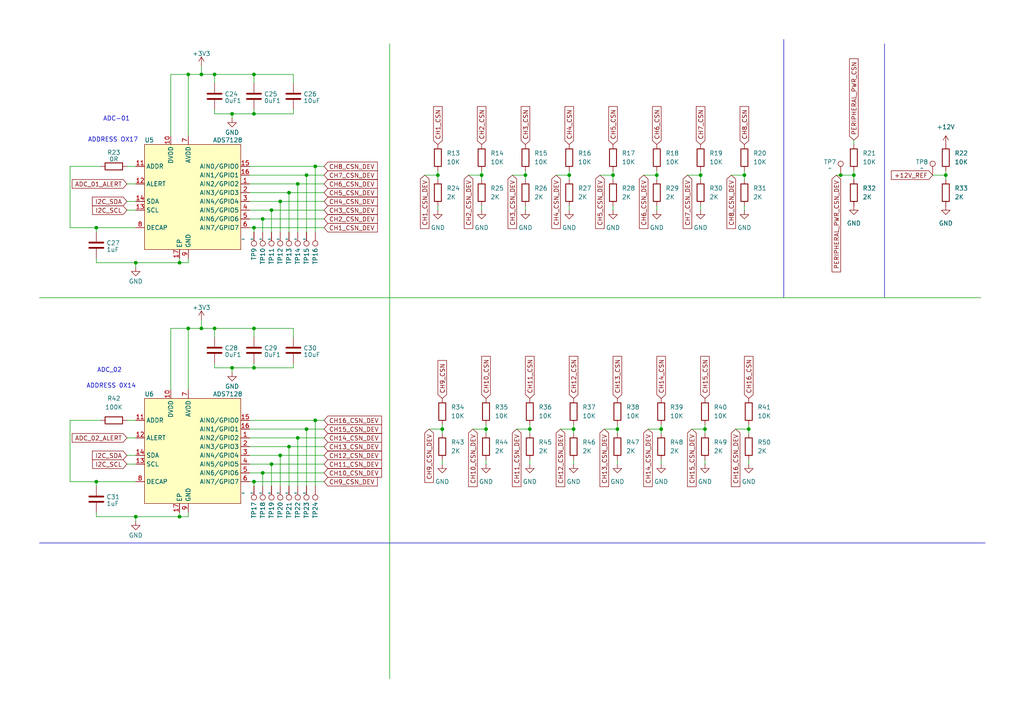
<source format=kicad_sch>
(kicad_sch (version 20250114) (generator "eeschema") (generator_version "9.0")
  (paper "A4")
  (lib_symbols
    (symbol "CARTHING:ADS7128"
      (property "Reference" "U" (at -11.43 16.51 0))
      (symbol "ADS7128_1_1"
        (rectangle (start -12.7 15.24) (end 15.24 -15.24) (fill (type background)))
        (pin input line (at -15.24 8.89 0) (length 2.54) (name "ADDR") (number "11"))
        (pin output line (at -15.24 3.81 0) (length 2.54) (name "ALERT") (number "12"))
        (pin bidirectional line (at -15.24 -1.27 0) (length 2.54) (name "SDA") (number "14"))
        (pin bidirectional line (at -15.24 -3.81 0) (length 2.54) (name "SCL") (number "13"))
        (pin power_in line (at -15.24 -8.89 0) (length 2.54) (name "DECAP") (number "8"))
        (pin power_in line (at -5.08 17.78 270) (length 2.54) (name "DVDD") (number "10"))
        (pin free line (at -2.54 -17.78 90) (length 2.54) (name "EP") (number "17"))
        (pin power_in line (at 0 17.78 270) (length 2.54) (name "AVDD") (number "7"))
        (pin power_in line (at 0 -17.78 90) (length 2.54) (name "GND") (number "9"))
        (pin bidirectional line (at 17.78 8.89 180) (length 2.54) (name "AIN0/GPIO0") (number "15"))
        (pin bidirectional line (at 17.78 6.35 180) (length 2.54) (name "AIN1/GPIO1") (number "16"))
        (pin bidirectional line (at 17.78 3.81 180) (length 2.54) (name "AIN2/GPIO2") (number "1"))
        (pin bidirectional line (at 17.78 1.27 180) (length 2.54) (name "AIN3/GPIO3") (number "2"))
        (pin bidirectional line (at 17.78 -1.27 180) (length 2.54) (name "AIN4/GPIO4") (number "3"))
        (pin bidirectional line (at 17.78 -3.81 180) (length 2.54) (name "AIN5/GPIO5") (number "4"))
        (pin bidirectional line (at 17.78 -6.35 180) (length 2.54) (name "AIN6/GPIO6") (number "5"))
        (pin bidirectional line (at 17.78 -8.89 180) (length 2.54) (name "AIN7/GPIO7") (number "6"))
      )
    )
    (symbol "Connector:TestPoint" (pin_numbers (hide yes)) (pin_names (offset 0.762) (hide yes))
      (property "Reference" "TP" (at 0 6.858 0))
      (property "Value" "TestPoint" (at 0 5.08 0))
      (symbol "TestPoint_0_1"
        (circle (center 0 3.302) (radius 0.762))
      )
      (symbol "TestPoint_1_1"
        (pin passive line (at 0 0 90) (length 2.54) (name "1") (number "1"))
      )
    )
    (symbol "Device:C" (pin_numbers (hide yes)) (pin_names (offset 0.254))
      (property "Reference" "C" (at 0.635 2.54 0))
      (property "Value" "C" (at 0.635 -2.54 0))
      (symbol "C_0_1"
        (polyline (pts (xy -2.032 0.762) (xy 2.032 0.762)) (stroke (width 0.508)))
        (polyline (pts (xy -2.032 -0.762) (xy 2.032 -0.762)) (stroke (width 0.508)))
      )
      (symbol "C_1_1"
        (pin passive line (at 0 3.81 270) (length 2.794) (name "~") (number "1"))
        (pin passive line (at 0 -3.81 90) (length 2.794) (name "~") (number "2"))
      )
    )
    (symbol "Device:R" (pin_numbers (hide yes)) (pin_names (offset 0))
      (property "Reference" "R" (at 2.032 0 90))
      (property "Value" "R" (at 0 0 90))
      (symbol "R_0_1"
        (rectangle (start -1.016 -2.54) (end 1.016 2.54) (stroke (width 0.254)))
      )
      (symbol "R_1_1"
        (pin passive line (at 0 3.81 270) (length 1.27) (name "~") (number "1"))
        (pin passive line (at 0 -3.81 90) (length 1.27) (name "~") (number "2"))
      )
    )
    (symbol "GND_1" (power) (pin_numbers (hide yes)) (pin_names (offset 0) (hide yes))
      (property "Value" "GND" (at 0 -3.81 0))
      (symbol "GND_1_0_1"
        (polyline (pts (xy 0 0) (xy 0 -1.27) (xy 1.27 -1.27) (xy 0 -2.54) (xy -1.27 -1.27) (xy 0 -1.27)))
      )
      (symbol "GND_1_1_1"
        (pin power_in line (at 0 0 270) (length 0) (name "~") (number "1"))
      )
    )
    (symbol "GND_2" (power) (pin_numbers (hide yes)) (pin_names (offset 0) (hide yes))
      (property "Value" "GND" (at 0 -3.81 0))
      (symbol "GND_2_0_1"
        (polyline (pts (xy 0 0) (xy 0 -1.27) (xy 1.27 -1.27) (xy 0 -2.54) (xy -1.27 -1.27) (xy 0 -1.27)))
      )
      (symbol "GND_2_1_1"
        (pin power_in line (at 0 0 270) (length 0) (name "~") (number "1"))
      )
    )
    (symbol "power:+12V" (power) (pin_numbers (hide yes)) (pin_names (offset 0) (hide yes))
      (property "Value" "+12V" (at 0 3.556 0))
      (symbol "+12V_0_1"
        (polyline (pts (xy -0.762 1.27) (xy 0 2.54)))
        (polyline (pts (xy 0 2.54) (xy 0.762 1.27)))
        (polyline (pts (xy 0 0) (xy 0 2.54)))
      )
      (symbol "+12V_1_1"
        (pin power_in line (at 0 0 90) (length 0) (name "~") (number "1"))
      )
    )
    (symbol "power:+3V3" (power) (pin_names (offset 0))
      (property "Value" "+3V3" (at 0 3.556 0))
      (symbol "+3V3_0_1"
        (polyline (pts (xy -0.762 1.27) (xy 0 2.54)))
        (polyline (pts (xy 0 2.54) (xy 0.762 1.27)))
        (polyline (pts (xy 0 0) (xy 0 2.54)))
      )
      (symbol "+3V3_1_1"
        (pin power_in line (at 0 0 90) (length 0) (hide yes) (name "+3V3") (number "1"))
      )
    )
    (symbol "power:GND" (power) (pin_names (offset 0))
      (property "Value" "GND" (at 0 -3.81 0))
      (symbol "GND_0_1"
        (polyline (pts (xy 0 0) (xy 0 -1.27) (xy 1.27 -1.27) (xy 0 -2.54) (xy -1.27 -1.27) (xy 0 -1.27)))
      )
      (symbol "GND_1_1"
        (pin power_in line (at 0 0 270) (length 0) (hide yes) (name "GND") (number "1"))
      )
    )
  )
  (text "ADDRESS OX17" (at 32.766 40.64 0) (effects (font (size 1.27 1.27))))
  (text "ADC_02" (at 31.75 107.442 0) (effects (font (size 1.27 1.27))))
  (text "ADC-01" (at 33.782 34.544 0) (effects (font (size 1.27 1.27))))
  (text "ADDRESS 0X14" (at 32.258 112.014 0) (effects (font (size 1.27 1.27))))
  (junction (at 83.82 55.88))
  (junction (at 54.61 95.25))
  (junction (at 73.66 33.02))
  (junction (at 215.9 50.8))
  (junction (at 91.44 48.26))
  (junction (at 73.66 106.68))
  (junction (at 86.36 127))
  (junction (at 191.77 124.46))
  (junction (at 86.36 53.34))
  (junction (at 76.2 63.5))
  (junction (at 243.84 50.8))
  (junction (at 81.28 58.42))
  (junction (at 127 50.8))
  (junction (at 247.65 50.8))
  (junction (at 67.31 33.02))
  (junction (at 78.74 134.62))
  (junction (at 128.27 124.46))
  (junction (at 179.07 124.46))
  (junction (at 39.37 149.86))
  (junction (at 73.66 139.7))
  (junction (at 139.7 50.8))
  (junction (at 217.17 124.46))
  (junction (at 67.31 106.68))
  (junction (at 274.32 50.8))
  (junction (at 153.67 124.46))
  (junction (at 83.82 129.54))
  (junction (at 76.2 137.16))
  (junction (at 203.2 50.8))
  (junction (at 73.66 21.59))
  (junction (at 73.66 66.04))
  (junction (at 140.97 124.46))
  (junction (at 165.1 50.8))
  (junction (at 27.94 66.04))
  (junction (at 73.66 95.25))
  (junction (at 152.4 50.8))
  (junction (at 204.47 124.46))
  (junction (at 190.5 50.8))
  (junction (at 27.94 139.7))
  (junction (at 88.9 124.46))
  (junction (at 39.37 76.2))
  (junction (at 177.8 50.8))
  (junction (at 54.61 21.59))
  (junction (at 81.28 132.08))
  (junction (at 166.37 124.46))
  (junction (at 52.07 76.2))
  (junction (at 62.23 21.59))
  (junction (at 52.07 149.86))
  (junction (at 91.44 121.92))
  (junction (at 78.74 60.96))
  (junction (at 88.9 50.8))
  (junction (at 58.42 95.25))
  (junction (at 58.42 21.59))
  (junction (at 62.23 95.25))
  (wire (pts (xy 36.83 60.96) (xy 39.37 60.96)))
  (wire (pts (xy 165.1 59.69) (xy 165.1 60.96)))
  (wire (pts (xy 191.77 124.46) (xy 191.77 125.73)))
  (wire (pts (xy 83.82 55.88) (xy 83.82 67.31)))
  (wire (pts (xy 62.23 106.68) (xy 67.31 106.68)))
  (wire (pts (xy 76.2 137.16) (xy 72.39 137.16)))
  (wire (pts (xy 73.66 66.04) (xy 73.66 67.31)))
  (wire (pts (xy 86.36 53.34) (xy 86.36 67.31)))
  (wire (pts (xy 78.74 134.62) (xy 72.39 134.62)))
  (wire (pts (xy 67.31 106.68) (xy 73.66 106.68)))
  (wire (pts (xy 81.28 132.08) (xy 72.39 132.08)))
  (wire (pts (xy 73.66 21.59) (xy 62.23 21.59)))
  (wire (pts (xy 242.57 50.8) (xy 243.84 50.8)))
  (wire (pts (xy 166.37 123.19) (xy 166.37 124.46)))
  (wire (pts (xy 128.27 133.35) (xy 128.27 134.62)))
  (wire (pts (xy 52.07 74.93) (xy 52.07 76.2)))
  (wire (pts (xy 52.07 76.2) (xy 54.61 76.2)))
  (wire (pts (xy 203.2 59.69) (xy 203.2 60.96)))
  (wire (pts (xy 247.65 50.8) (xy 247.65 52.07)))
  (wire (pts (xy 88.9 50.8) (xy 72.39 50.8)))
  (wire (pts (xy 91.44 48.26) (xy 72.39 48.26)))
  (wire (pts (xy 62.23 21.59) (xy 62.23 24.13)))
  (wire (pts (xy 140.97 123.19) (xy 140.97 124.46)))
  (wire (pts (xy 128.27 124.46) (xy 128.27 125.73)))
  (wire (pts (xy 73.66 95.25) (xy 62.23 95.25)))
  (wire (pts (xy 179.07 123.19) (xy 179.07 124.46)))
  (wire (pts (xy 212.09 50.8) (xy 215.9 50.8)))
  (wire (pts (xy 199.39 50.8) (xy 203.2 50.8)))
  (wire (pts (xy 135.89 50.8) (xy 139.7 50.8)))
  (wire (pts (xy 247.65 49.53) (xy 247.65 50.8)))
  (wire (pts (xy 39.37 149.86) (xy 27.94 149.86)))
  (wire (pts (xy 153.67 133.35) (xy 153.67 134.62)))
  (wire (pts (xy 213.36 124.46) (xy 217.17 124.46)))
  (wire (pts (xy 27.94 66.04) (xy 39.37 66.04)))
  (wire (pts (xy 140.97 133.35) (xy 140.97 134.62)))
  (wire (pts (xy 78.74 60.96) (xy 93.98 60.96)))
  (wire (pts (xy 36.83 48.26) (xy 39.37 48.26)))
  (wire (pts (xy 36.83 53.34) (xy 39.37 53.34)))
  (wire (pts (xy 36.83 127) (xy 39.37 127)))
  (wire (pts (xy 39.37 76.2) (xy 39.37 77.47)))
  (wire (pts (xy 127 49.53) (xy 127 50.8)))
  (polyline (pts (xy 227.33 11.43) (xy 227.33 86.36)))
  (wire (pts (xy 91.44 121.92) (xy 93.98 121.92)))
  (wire (pts (xy 85.09 105.41) (xy 85.09 106.68)))
  (wire (pts (xy 190.5 50.8) (xy 190.5 52.07)))
  (wire (pts (xy 81.28 58.42) (xy 81.28 67.31)))
  (wire (pts (xy 166.37 124.46) (xy 166.37 125.73)))
  (wire (pts (xy 83.82 55.88) (xy 93.98 55.88)))
  (wire (pts (xy 54.61 95.25) (xy 58.42 95.25)))
  (wire (pts (xy 20.32 48.26) (xy 29.21 48.26)))
  (wire (pts (xy 52.07 149.86) (xy 39.37 149.86)))
  (wire (pts (xy 204.47 133.35) (xy 204.47 134.62)))
  (wire (pts (xy 54.61 21.59) (xy 58.42 21.59)))
  (wire (pts (xy 62.23 33.02) (xy 67.31 33.02)))
  (wire (pts (xy 52.07 149.86) (xy 54.61 149.86)))
  (wire (pts (xy 83.82 129.54) (xy 72.39 129.54)))
  (wire (pts (xy 73.66 97.79) (xy 73.66 95.25)))
  (wire (pts (xy 173.99 50.8) (xy 177.8 50.8)))
  (wire (pts (xy 67.31 106.68) (xy 67.31 107.95)))
  (wire (pts (xy 20.32 121.92) (xy 29.21 121.92)))
  (wire (pts (xy 139.7 49.53) (xy 139.7 50.8)))
  (wire (pts (xy 58.42 92.71) (xy 58.42 95.25)))
  (wire (pts (xy 217.17 124.46) (xy 217.17 125.73)))
  (wire (pts (xy 274.32 49.53) (xy 274.32 50.8)))
  (wire (pts (xy 161.29 50.8) (xy 165.1 50.8)))
  (wire (pts (xy 62.23 95.25) (xy 62.23 97.79)))
  (wire (pts (xy 247.65 40.64) (xy 247.65 41.91)))
  (wire (pts (xy 217.17 133.35) (xy 217.17 134.62)))
  (wire (pts (xy 274.32 50.8) (xy 274.32 52.07)))
  (wire (pts (xy 139.7 59.69) (xy 139.7 60.96)))
  (wire (pts (xy 73.66 24.13) (xy 73.66 21.59)))
  (wire (pts (xy 83.82 129.54) (xy 83.82 140.97)))
  (wire (pts (xy 127 59.69) (xy 127 60.96)))
  (wire (pts (xy 179.07 133.35) (xy 179.07 134.62)))
  (wire (pts (xy 166.37 133.35) (xy 166.37 134.62)))
  (wire (pts (xy 81.28 132.08) (xy 93.98 132.08)))
  (wire (pts (xy 139.7 50.8) (xy 139.7 52.07)))
  (wire (pts (xy 191.77 133.35) (xy 191.77 134.62)))
  (wire (pts (xy 243.84 50.8) (xy 247.65 50.8)))
  (wire (pts (xy 140.97 124.46) (xy 140.97 125.73)))
  (wire (pts (xy 49.53 21.59) (xy 54.61 21.59)))
  (wire (pts (xy 76.2 63.5) (xy 72.39 63.5)))
  (wire (pts (xy 85.09 95.25) (xy 73.66 95.25)))
  (wire (pts (xy 81.28 58.42) (xy 72.39 58.42)))
  (wire (pts (xy 177.8 50.8) (xy 177.8 52.07)))
  (wire (pts (xy 85.09 24.13) (xy 85.09 21.59)))
  (wire (pts (xy 20.32 66.04) (xy 27.94 66.04)))
  (wire (pts (xy 27.94 139.7) (xy 27.94 140.97)))
  (wire (pts (xy 177.8 59.69) (xy 177.8 60.96)))
  (wire (pts (xy 152.4 50.8) (xy 152.4 52.07)))
  (wire (pts (xy 127 50.8) (xy 127 52.07)))
  (wire (pts (xy 78.74 60.96) (xy 72.39 60.96)))
  (wire (pts (xy 49.53 39.37) (xy 49.53 21.59)))
  (wire (pts (xy 88.9 124.46) (xy 72.39 124.46)))
  (wire (pts (xy 91.44 48.26) (xy 91.44 67.31)))
  (wire (pts (xy 36.83 134.62) (xy 39.37 134.62)))
  (wire (pts (xy 73.66 139.7) (xy 93.98 139.7)))
  (wire (pts (xy 85.09 106.68) (xy 73.66 106.68)))
  (wire (pts (xy 204.47 124.46) (xy 204.47 125.73)))
  (wire (pts (xy 85.09 97.79) (xy 85.09 95.25)))
  (wire (pts (xy 62.23 105.41) (xy 62.23 106.68)))
  (polyline (pts (xy 11.43 157.48) (xy 285.75 157.48)))
  (wire (pts (xy 36.83 121.92) (xy 39.37 121.92)))
  (wire (pts (xy 179.07 124.46) (xy 179.07 125.73)))
  (wire (pts (xy 67.31 33.02) (xy 73.66 33.02)))
  (wire (pts (xy 73.66 66.04) (xy 72.39 66.04)))
  (wire (pts (xy 39.37 76.2) (xy 27.94 76.2)))
  (wire (pts (xy 54.61 149.86) (xy 54.61 148.59)))
  (wire (pts (xy 39.37 149.86) (xy 39.37 151.13)))
  (wire (pts (xy 83.82 129.54) (xy 93.98 129.54)))
  (wire (pts (xy 73.66 106.68) (xy 73.66 105.41)))
  (wire (pts (xy 153.67 124.46) (xy 153.67 125.73)))
  (wire (pts (xy 215.9 50.8) (xy 215.9 52.07)))
  (wire (pts (xy 88.9 124.46) (xy 93.98 124.46)))
  (wire (pts (xy 27.94 66.04) (xy 27.94 67.31)))
  (wire (pts (xy 152.4 59.69) (xy 152.4 60.96)))
  (wire (pts (xy 73.66 66.04) (xy 93.98 66.04)))
  (wire (pts (xy 88.9 50.8) (xy 93.98 50.8)))
  (wire (pts (xy 49.53 113.03) (xy 49.53 95.25)))
  (wire (pts (xy 200.66 124.46) (xy 204.47 124.46)))
  (wire (pts (xy 85.09 33.02) (xy 73.66 33.02)))
  (wire (pts (xy 58.42 95.25) (xy 62.23 95.25)))
  (wire (pts (xy 52.07 148.59) (xy 52.07 149.86)))
  (wire (pts (xy 78.74 134.62) (xy 93.98 134.62)))
  (wire (pts (xy 27.94 139.7) (xy 39.37 139.7)))
  (wire (pts (xy 165.1 50.8) (xy 165.1 52.07)))
  (wire (pts (xy 76.2 63.5) (xy 93.98 63.5)))
  (wire (pts (xy 86.36 127) (xy 72.39 127)))
  (wire (pts (xy 149.86 124.46) (xy 153.67 124.46)))
  (wire (pts (xy 91.44 121.92) (xy 91.44 140.97)))
  (wire (pts (xy 152.4 49.53) (xy 152.4 50.8)))
  (wire (pts (xy 86.36 127) (xy 93.98 127)))
  (wire (pts (xy 85.09 21.59) (xy 73.66 21.59)))
  (wire (pts (xy 73.66 139.7) (xy 72.39 139.7)))
  (wire (pts (xy 123.19 50.8) (xy 127 50.8)))
  (wire (pts (xy 76.2 137.16) (xy 93.98 137.16)))
  (wire (pts (xy 270.51 50.8) (xy 274.32 50.8)))
  (wire (pts (xy 58.42 19.05) (xy 58.42 21.59)))
  (wire (pts (xy 162.56 124.46) (xy 166.37 124.46)))
  (wire (pts (xy 52.07 76.2) (xy 39.37 76.2)))
  (wire (pts (xy 76.2 137.16) (xy 76.2 140.97)))
  (wire (pts (xy 11.43 86.36) (xy 284.48 86.36)))
  (wire (pts (xy 124.46 124.46) (xy 128.27 124.46)))
  (wire (pts (xy 54.61 39.37) (xy 54.61 21.59)))
  (wire (pts (xy 215.9 59.69) (xy 215.9 60.96)))
  (wire (pts (xy 191.77 123.19) (xy 191.77 124.46)))
  (wire (pts (xy 85.09 31.75) (xy 85.09 33.02)))
  (wire (pts (xy 203.2 50.8) (xy 203.2 52.07)))
  (wire (pts (xy 86.36 53.34) (xy 72.39 53.34)))
  (wire (pts (xy 54.61 76.2) (xy 54.61 74.93)))
  (wire (pts (xy 137.16 124.46) (xy 140.97 124.46)))
  (wire (pts (xy 175.26 124.46) (xy 179.07 124.46)))
  (wire (pts (xy 148.59 50.8) (xy 152.4 50.8)))
  (wire (pts (xy 81.28 58.42) (xy 93.98 58.42)))
  (wire (pts (xy 73.66 140.97) (xy 73.66 139.7)))
  (wire (pts (xy 88.9 50.8) (xy 88.9 67.31)))
  (wire (pts (xy 215.9 49.53) (xy 215.9 50.8)))
  (wire (pts (xy 49.53 95.25) (xy 54.61 95.25)))
  (wire (pts (xy 27.94 76.2) (xy 27.94 74.93)))
  (wire (pts (xy 67.31 33.02) (xy 67.31 34.29)))
  (wire (pts (xy 203.2 49.53) (xy 203.2 50.8)))
  (wire (pts (xy 153.67 123.19) (xy 153.67 124.46)))
  (wire (pts (xy 78.74 60.96) (xy 78.74 67.31)))
  (wire (pts (xy 83.82 55.88) (xy 72.39 55.88)))
  (wire (pts (xy 165.1 49.53) (xy 165.1 50.8)))
  (wire (pts (xy 86.36 127) (xy 86.36 140.97)))
  (wire (pts (xy 190.5 59.69) (xy 190.5 60.96)))
  (wire (pts (xy 20.32 48.26) (xy 20.32 66.04)))
  (wire (pts (xy 88.9 124.46) (xy 88.9 140.97)))
  (wire (pts (xy 187.96 124.46) (xy 191.77 124.46)))
  (wire (pts (xy 27.94 149.86) (xy 27.94 148.59)))
  (wire (pts (xy 20.32 139.7) (xy 27.94 139.7)))
  (wire (pts (xy 217.17 123.19) (xy 217.17 124.46)))
  (wire (pts (xy 78.74 134.62) (xy 78.74 140.97)))
  (polyline (pts (xy 256.54 12.7) (xy 256.54 86.36)))
  (wire (pts (xy 36.83 132.08) (xy 39.37 132.08)))
  (wire (pts (xy 91.44 121.92) (xy 72.39 121.92)))
  (wire (pts (xy 73.66 33.02) (xy 73.66 31.75)))
  (wire (pts (xy 190.5 49.53) (xy 190.5 50.8)))
  (wire (pts (xy 186.69 50.8) (xy 190.5 50.8)))
  (wire (pts (xy 91.44 48.26) (xy 93.98 48.26)))
  (wire (pts (xy 81.28 132.08) (xy 81.28 140.97)))
  (wire (pts (xy 128.27 123.19) (xy 128.27 124.46)))
  (wire (pts (xy 20.32 121.92) (xy 20.32 139.7)))
  (wire (pts (xy 62.23 31.75) (xy 62.23 33.02)))
  (wire (pts (xy 76.2 63.5) (xy 76.2 67.31)))
  (wire (pts (xy 58.42 21.59) (xy 62.23 21.59)))
  (wire (pts (xy 86.36 53.34) (xy 93.98 53.34)))
  (wire (pts (xy 204.47 123.19) (xy 204.47 124.46)))
  (wire (pts (xy 54.61 113.03) (xy 54.61 95.25)))
  (wire (pts (xy 36.83 58.42) (xy 39.37 58.42)))
  (wire (pts (xy 177.8 49.53) (xy 177.8 50.8)))
  (wire (pts (xy 113.03 12.7) (xy 113.03 196.85)))
  (global_label "CH10_CSN_DEV" (shape input) (at 137.16 124.46 270) (property "Intersheetrefs" "${INTERSHEET_REFS}" (effects (hide yes))))
  (global_label "CH4_CSN" (shape input) (at 165.1 41.91 90) (property "Intersheetrefs" "${INTERSHEET_REFS}" (effects (hide yes))))
  (global_label "CH3_CSN" (shape input) (at 152.4 41.91 90) (property "Intersheetrefs" "${INTERSHEET_REFS}" (effects (hide yes))))
  (global_label "CH13_CSN_DEV" (shape input) (at 175.26 124.46 270) (property "Intersheetrefs" "${INTERSHEET_REFS}" (effects (hide yes))))
  (global_label "CH8_CSN_DEV" (shape input) (at 212.09 50.8 270) (property "Intersheetrefs" "${INTERSHEET_REFS}" (effects (hide yes))))
  (global_label "CH3_CSN_DEV" (shape input) (at 93.98 60.96 0) (property "Intersheetrefs" "${INTERSHEET_REFS}" (effects (hide yes))))
  (global_label "CH12_CSN_DEV" (shape input) (at 93.98 132.08 0) (property "Intersheetrefs" "${INTERSHEET_REFS}" (effects (hide yes))))
  (global_label "CH15_CSN" (shape input) (at 204.47 115.57 90) (property "Intersheetrefs" "${INTERSHEET_REFS}" (effects (hide yes))))
  (global_label "CH2_CSN" (shape input) (at 139.7 41.91 90) (property "Intersheetrefs" "${INTERSHEET_REFS}" (effects (hide yes))))
  (global_label "CH13_CSN" (shape input) (at 179.07 115.57 90) (property "Intersheetrefs" "${INTERSHEET_REFS}" (effects (hide yes))))
  (global_label "CH10_CSN_DEV" (shape input) (at 93.98 137.16 0) (property "Intersheetrefs" "${INTERSHEET_REFS}" (effects (hide yes))))
  (global_label "CH6_CSN_DEV" (shape input) (at 186.69 50.8 270) (property "Intersheetrefs" "${INTERSHEET_REFS}" (effects (hide yes))))
  (global_label "CH12_CSN" (shape input) (at 166.37 115.57 90) (property "Intersheetrefs" "${INTERSHEET_REFS}" (effects (hide yes))))
  (global_label "CH4_CSN_DEV" (shape input) (at 161.29 50.8 270) (property "Intersheetrefs" "${INTERSHEET_REFS}" (effects (hide yes))))
  (global_label "CH1_CSN" (shape input) (at 127 41.91 90) (property "Intersheetrefs" "${INTERSHEET_REFS}" (effects (hide yes))))
  (global_label "CH8_CSN_DEV" (shape input) (at 93.98 48.26 0) (property "Intersheetrefs" "${INTERSHEET_REFS}" (effects (hide yes))))
  (global_label "I2C_SCL" (shape input) (at 36.83 134.62 180) (property "Intersheetrefs" "${INTERSHEET_REFS}" (effects (hide yes))))
  (global_label "CH5_CSN" (shape input) (at 177.8 41.91 90) (property "Intersheetrefs" "${INTERSHEET_REFS}" (effects (hide yes))))
  (global_label "CH11_CSN_DEV" (shape input) (at 149.86 124.46 270) (property "Intersheetrefs" "${INTERSHEET_REFS}" (effects (hide yes))))
  (global_label "CH14_CSN" (shape input) (at 191.77 115.57 90) (property "Intersheetrefs" "${INTERSHEET_REFS}" (effects (hide yes))))
  (global_label "CH5_CSN_DEV" (shape input) (at 173.99 50.8 270) (property "Intersheetrefs" "${INTERSHEET_REFS}" (effects (hide yes))))
  (global_label "CH1_CSN_DEV" (shape input) (at 93.98 66.04 0) (property "Intersheetrefs" "${INTERSHEET_REFS}" (effects (hide yes))))
  (global_label "CH5_CSN_DEV" (shape input) (at 93.98 55.88 0) (property "Intersheetrefs" "${INTERSHEET_REFS}" (effects (hide yes))))
  (global_label "PERIPHERAL_PWR_CSN" (shape input) (at 247.65 40.64 90) (property "Intersheetrefs" "${INTERSHEET_REFS}" (effects (hide yes))))
  (global_label "CH14_CSN_DEV" (shape input) (at 93.98 127 0) (property "Intersheetrefs" "${INTERSHEET_REFS}" (effects (hide yes))))
  (global_label "CH9_CSN_DEV" (shape input) (at 93.98 139.7 0) (property "Intersheetrefs" "${INTERSHEET_REFS}" (effects (hide yes))))
  (global_label "+12V_REF" (shape input) (at 270.51 50.8 180) (property "Intersheetrefs" "${INTERSHEET_REFS}" (effects (hide yes))))
  (global_label "CH15_CSN_DEV" (shape input) (at 200.66 124.46 270) (property "Intersheetrefs" "${INTERSHEET_REFS}" (effects (hide yes))))
  (global_label "CH7_CSN" (shape input) (at 203.2 41.91 90) (property "Intersheetrefs" "${INTERSHEET_REFS}" (effects (hide yes))))
  (global_label "CH6_CSN" (shape input) (at 190.5 41.91 90) (property "Intersheetrefs" "${INTERSHEET_REFS}" (effects (hide yes))))
  (global_label "CH16_CSN" (shape input) (at 217.17 115.57 90) (property "Intersheetrefs" "${INTERSHEET_REFS}" (effects (hide yes))))
  (global_label "CH9_CSN_DEV" (shape input) (at 124.46 124.46 270) (property "Intersheetrefs" "${INTERSHEET_REFS}" (effects (hide yes))))
  (global_label "CH7_CSN_DEV" (shape input) (at 199.39 50.8 270) (property "Intersheetrefs" "${INTERSHEET_REFS}" (effects (hide yes))))
  (global_label "CH11_CSN" (shape input) (at 153.67 115.57 90) (property "Intersheetrefs" "${INTERSHEET_REFS}" (effects (hide yes))))
  (global_label "CH4_CSN_DEV" (shape input) (at 93.98 58.42 0) (property "Intersheetrefs" "${INTERSHEET_REFS}" (effects (hide yes))))
  (global_label "CH16_CSN_DEV" (shape input) (at 93.98 121.92 0) (property "Intersheetrefs" "${INTERSHEET_REFS}" (effects (hide yes))))
  (global_label "I2C_SCL" (shape input) (at 36.83 60.96 180) (property "Intersheetrefs" "${INTERSHEET_REFS}" (effects (hide yes))))
  (global_label "ADC_01_ALERT" (shape input) (at 36.83 53.34 180) (property "Intersheetrefs" "${INTERSHEET_REFS}" (effects (hide yes))))
  (global_label "CH16_CSN_DEV" (shape input) (at 213.36 124.46 270) (property "Intersheetrefs" "${INTERSHEET_REFS}" (effects (hide yes))))
  (global_label "PERIPHERAL_PWR_CSN_DEV" (shape input) (at 242.57 50.8 270) (property "Intersheetrefs" "${INTERSHEET_REFS}" (effects (hide yes))))
  (global_label "I2C_SDA" (shape input) (at 36.83 132.08 180) (property "Intersheetrefs" "${INTERSHEET_REFS}" (effects (hide yes))))
  (global_label "CH1_CSN_DEV" (shape input) (at 123.19 50.8 270) (property "Intersheetrefs" "${INTERSHEET_REFS}" (effects (hide yes))))
  (global_label "CH15_CSN_DEV" (shape input) (at 93.98 124.46 0) (property "Intersheetrefs" "${INTERSHEET_REFS}" (effects (hide yes))))
  (global_label "CH13_CSN_DEV" (shape input) (at 93.98 129.54 0) (property "Intersheetrefs" "${INTERSHEET_REFS}" (effects (hide yes))))
  (global_label "CH14_CSN_DEV" (shape input) (at 187.96 124.46 270) (property "Intersheetrefs" "${INTERSHEET_REFS}" (effects (hide yes))))
  (global_label "CH7_CSN_DEV" (shape input) (at 93.98 50.8 0) (property "Intersheetrefs" "${INTERSHEET_REFS}" (effects (hide yes))))
  (global_label "CH9_CSN" (shape input) (at 128.27 115.57 90) (property "Intersheetrefs" "${INTERSHEET_REFS}" (effects (hide yes))))
  (global_label "CH6_CSN_DEV" (shape input) (at 93.98 53.34 0) (property "Intersheetrefs" "${INTERSHEET_REFS}" (effects (hide yes))))
  (global_label "CH3_CSN_DEV" (shape input) (at 148.59 50.8 270) (property "Intersheetrefs" "${INTERSHEET_REFS}" (effects (hide yes))))
  (global_label "CH10_CSN" (shape input) (at 140.97 115.57 90) (property "Intersheetrefs" "${INTERSHEET_REFS}" (effects (hide yes))))
  (global_label "CH12_CSN_DEV" (shape input) (at 162.56 124.46 270) (property "Intersheetrefs" "${INTERSHEET_REFS}" (effects (hide yes))))
  (global_label "CH8_CSN" (shape input) (at 215.9 41.91 90) (property "Intersheetrefs" "${INTERSHEET_REFS}" (effects (hide yes))))
  (global_label "I2C_SDA" (shape input) (at 36.83 58.42 180) (property "Intersheetrefs" "${INTERSHEET_REFS}" (effects (hide yes))))
  (global_label "CH11_CSN_DEV" (shape input) (at 93.98 134.62 0) (property "Intersheetrefs" "${INTERSHEET_REFS}" (effects (hide yes))))
  (global_label "ADC_02_ALERT" (shape input) (at 36.83 127 180) (property "Intersheetrefs" "${INTERSHEET_REFS}" (effects (hide yes))))
  (global_label "CH2_CSN_DEV" (shape input) (at 93.98 63.5 0) (property "Intersheetrefs" "${INTERSHEET_REFS}" (effects (hide yes))))
  (global_label "CH2_CSN_DEV" (shape input) (at 135.89 50.8 270) (property "Intersheetrefs" "${INTERSHEET_REFS}" (effects (hide yes))))
  (symbol (lib_id "Device:R") (at 139.7 45.72 0) (unit 1)
    (property "Reference" "R14" (at 142.24 44.4499 0) (effects (justify left)))
    (property "Value" "10K" (at 142.24 46.9899 0) (effects (justify left)))
    (property "Footprint" "Resistor_SMD:R_0603_1608Metric" (effects (hide yes)))
    (property "Description" "Resistor" (effects (hide yes)))
    (property "Digikey Part Number" "RMCF0603JT10K0CT-ND" (effects (hide yes)))
  )
  (symbol (lib_id "Connector:TestPoint") (at 76.2 140.97 180) (unit 1) (in_bom no)
    (property "Reference" "TP18" (at 76.2 145.542 90) (effects (justify left)))
    (property "Value" "~" (at 73.66 143.002 0) (effects (justify left)))
    (property "Footprint" "TestPoint:TestPoint_Pad_D1.0mm" (effects (hide yes)))
    (property "Description" "test point" (effects (hide yes)))
  )
  (symbol (lib_name "GND_1") (lib_id "power:GND") (at 128.27 134.62 0) (unit 1)
    (property "Reference" "#PWR044" (effects (hide yes)))
    (property "Value" "GND" (at 128.27 139.7 0))
    (property "Description" "Power symbol creates a global label with name \"GND\" , ground" (effects (hide yes)))
  )
  (symbol (lib_name "GND_2") (lib_id "power:GND") (at 247.65 59.69 0) (unit 1)
    (property "Reference" "#PWR031" (effects (hide yes)))
    (property "Value" "GND" (at 247.65 64.77 0))
    (property "Description" "Power symbol creates a global label with name \"GND\" , ground" (effects (hide yes)))
  )
  (symbol (lib_id "Connector:TestPoint") (at 73.66 140.97 180) (unit 1) (in_bom no)
    (property "Reference" "TP17" (at 73.66 145.542 90) (effects (justify left)))
    (property "Value" "~" (at 71.12 143.002 0) (effects (justify left)))
    (property "Footprint" "TestPoint:TestPoint_Pad_D1.0mm" (effects (hide yes)))
    (property "Description" "test point" (effects (hide yes)))
  )
  (symbol (lib_id "Device:R") (at 177.8 55.88 0) (unit 1)
    (property "Reference" "R28" (at 180.34 54.6099 0) (effects (justify left)))
    (property "Value" "2K" (at 180.34 57.1499 0) (effects (justify left)))
    (property "Footprint" "Resistor_SMD:R_0603_1608Metric" (effects (hide yes)))
    (property "Description" "Resistor" (effects (hide yes)))
    (property "Digikey Part Number" "311-20.0KHRCT-ND" (effects (hide yes)))
  )
  (symbol (lib_id "Device:R") (at 152.4 55.88 0) (unit 1)
    (property "Reference" "R26" (at 154.94 54.6099 0) (effects (justify left)))
    (property "Value" "2K" (at 154.94 57.1499 0) (effects (justify left)))
    (property "Footprint" "Resistor_SMD:R_0603_1608Metric" (effects (hide yes)))
    (property "Description" "Resistor" (effects (hide yes)))
    (property "Digikey Part Number" "311-20.0KHRCT-ND" (effects (hide yes)))
  )
  (symbol (lib_name "GND_1") (lib_id "power:GND") (at 166.37 134.62 0) (unit 1)
    (property "Reference" "#PWR047" (effects (hide yes)))
    (property "Value" "GND" (at 166.37 139.7 0))
    (property "Description" "Power symbol creates a global label with name \"GND\" , ground" (effects (hide yes)))
  )
  (symbol (lib_id "Connector:TestPoint") (at 83.82 140.97 180) (unit 1) (in_bom no)
    (property "Reference" "TP21" (at 83.82 145.542 90) (effects (justify left)))
    (property "Value" "~" (at 81.28 143.002 0) (effects (justify left)))
    (property "Footprint" "TestPoint:TestPoint_Pad_D1.0mm" (effects (hide yes)))
    (property "Description" "test point" (effects (hide yes)))
  )
  (symbol (lib_id "Connector:TestPoint") (at 86.36 67.31 180) (unit 1) (in_bom no)
    (property "Reference" "TP14" (at 86.36 71.882 90) (effects (justify left)))
    (property "Value" "~" (at 83.82 69.342 0) (effects (justify left)))
    (property "Footprint" "TestPoint:TestPoint_Pad_D1.0mm" (effects (hide yes)))
    (property "Description" "test point" (effects (hide yes)))
  )
  (symbol (lib_id "Device:C") (at 85.09 27.94 0) (unit 1)
    (property "Reference" "C26" (at 88.011 27.2963 0) (effects (justify left)))
    (property "Value" "10uF" (at 88.011 29.2173 0) (effects (justify left)))
    (property "Footprint" "Capacitor_SMD:C_0603_1608Metric" (effects (hide yes)))
    (property "Digikey Part Number" "1276-1038-1-ND" (effects (hide yes)))
  )
  (symbol (lib_id "CARTHING:ADS7128") (at 54.61 57.15 0) (unit 1)
    (property "Reference" "U5" (at 41.91 40.64 0) (effects (justify left)))
    (property "Value" "ADS7128" (at 66.04 40.64 0))
    (property "Footprint" "Package_DFN_QFN:WQFN-16-1EP_3x3mm_P0.5mm_EP1.6x1.6mm_ThermalVias" (effects (hide yes)))
    (property "Digikey Part Number" "296-ADS7128IRTERCT-ND" (effects (hide yes)))
  )
  (symbol (lib_name "GND_1") (lib_id "power:GND") (at 204.47 134.62 0) (unit 1)
    (property "Reference" "#PWR050" (effects (hide yes)))
    (property "Value" "GND" (at 204.47 139.7 0))
    (property "Description" "Power symbol creates a global label with name \"GND\" , ground" (effects (hide yes)))
  )
  (symbol (lib_id "Connector:TestPoint") (at 270.51 50.8 0) (mirror y) (unit 1) (in_bom no)
    (property "Reference" "TP8" (at 269.24 46.99 0) (effects (justify left)))
    (property "Value" "~" (at 267.97 48.768 0) (effects (justify left)))
    (property "Footprint" "TestPoint:TestPoint_Pad_D1.0mm" (effects (hide yes)))
    (property "Description" "test point" (effects (hide yes)))
  )
  (symbol (lib_id "Device:R") (at 166.37 129.54 0) (unit 1)
    (property "Reference" "R46" (at 168.91 128.2699 0) (effects (justify left)))
    (property "Value" "2K" (at 168.91 130.8099 0) (effects (justify left)))
    (property "Footprint" "Resistor_SMD:R_0603_1608Metric" (effects (hide yes)))
    (property "Description" "Resistor" (effects (hide yes)))
    (property "Digikey Part Number" "311-20.0KHRCT-ND" (effects (hide yes)))
  )
  (symbol (lib_id "Connector:TestPoint") (at 81.28 67.31 180) (unit 1) (in_bom no)
    (property "Reference" "TP12" (at 81.28 71.882 90) (effects (justify left)))
    (property "Value" "~" (at 78.74 69.342 0) (effects (justify left)))
    (property "Footprint" "TestPoint:TestPoint_Pad_D1.0mm" (effects (hide yes)))
    (property "Description" "test point" (effects (hide yes)))
  )
  (symbol (lib_id "Connector:TestPoint") (at 78.74 67.31 180) (unit 1) (in_bom no)
    (property "Reference" "TP11" (at 78.74 71.882 90) (effects (justify left)))
    (property "Value" "~" (at 76.2 69.342 0) (effects (justify left)))
    (property "Footprint" "TestPoint:TestPoint_Pad_D1.0mm" (effects (hide yes)))
    (property "Description" "test point" (effects (hide yes)))
  )
  (symbol (lib_id "Device:R") (at 127 45.72 0) (unit 1)
    (property "Reference" "R13" (at 129.54 44.4499 0) (effects (justify left)))
    (property "Value" "10K" (at 129.54 46.9899 0) (effects (justify left)))
    (property "Footprint" "Resistor_SMD:R_0603_1608Metric" (effects (hide yes)))
    (property "Description" "Resistor" (effects (hide yes)))
    (property "Digikey Part Number" "RMCF0603JT10K0CT-ND" (effects (hide yes)))
  )
  (symbol (lib_id "Device:R") (at 140.97 119.38 0) (unit 1)
    (property "Reference" "R35" (at 143.51 118.1099 0) (effects (justify left)))
    (property "Value" "10K" (at 143.51 120.6499 0) (effects (justify left)))
    (property "Footprint" "Resistor_SMD:R_0603_1608Metric" (effects (hide yes)))
    (property "Description" "Resistor" (effects (hide yes)))
    (property "Digikey Part Number" "RMCF0603JT10K0CT-ND" (effects (hide yes)))
  )
  (symbol (lib_id "Device:R") (at 152.4 45.72 0) (unit 1)
    (property "Reference" "R15" (at 154.94 44.4499 0) (effects (justify left)))
    (property "Value" "10K" (at 154.94 46.9899 0) (effects (justify left)))
    (property "Footprint" "Resistor_SMD:R_0603_1608Metric" (effects (hide yes)))
    (property "Description" "Resistor" (effects (hide yes)))
    (property "Digikey Part Number" "RMCF0603JT10K0CT-ND" (effects (hide yes)))
  )
  (symbol (lib_id "power:+12V") (at 274.32 41.91 0) (unit 1)
    (property "Reference" "#PWR030" (effects (hide yes)))
    (property "Value" "+12V" (at 274.32 36.83 0))
    (property "Description" "Power symbol creates a global label with name \"+12V\"" (effects (hide yes)))
  )
  (symbol (lib_id "Connector:TestPoint") (at 91.44 140.97 180) (unit 1) (in_bom no)
    (property "Reference" "TP24" (at 91.44 145.542 90) (effects (justify left)))
    (property "Value" "~" (at 88.9 143.002 0) (effects (justify left)))
    (property "Footprint" "TestPoint:TestPoint_Pad_D1.0mm" (effects (hide yes)))
    (property "Description" "test point" (effects (hide yes)))
  )
  (symbol (lib_id "Device:R") (at 165.1 45.72 0) (unit 1)
    (property "Reference" "R16" (at 167.64 44.4499 0) (effects (justify left)))
    (property "Value" "10K" (at 167.64 46.9899 0) (effects (justify left)))
    (property "Footprint" "Resistor_SMD:R_0603_1608Metric" (effects (hide yes)))
    (property "Description" "Resistor" (effects (hide yes)))
    (property "Digikey Part Number" "RMCF0603JT10K0CT-ND" (effects (hide yes)))
  )
  (symbol (lib_name "GND_1") (lib_id "power:GND") (at 153.67 134.62 0) (unit 1)
    (property "Reference" "#PWR046" (effects (hide yes)))
    (property "Value" "GND" (at 153.67 139.7 0))
    (property "Description" "Power symbol creates a global label with name \"GND\" , ground" (effects (hide yes)))
  )
  (symbol (lib_name "GND_1") (lib_id "power:GND") (at 217.17 134.62 0) (unit 1)
    (property "Reference" "#PWR051" (effects (hide yes)))
    (property "Value" "GND" (at 217.17 139.7 0))
    (property "Description" "Power symbol creates a global label with name \"GND\" , ground" (effects (hide yes)))
  )
  (symbol (lib_id "Connector:TestPoint") (at 243.84 50.8 0) (mirror y) (unit 1) (in_bom no)
    (property "Reference" "TP7" (at 242.57 46.99 0) (effects (justify left)))
    (property "Value" "~" (at 241.3 48.768 0) (effects (justify left)))
    (property "Footprint" "TestPoint:TestPoint_Pad_D1.0mm" (effects (hide yes)))
    (property "Description" "test point" (effects (hide yes)))
  )
  (symbol (lib_id "Device:R") (at 203.2 55.88 0) (unit 1)
    (property "Reference" "R30" (at 205.74 54.6099 0) (effects (justify left)))
    (property "Value" "2K" (at 205.74 57.1499 0) (effects (justify left)))
    (property "Footprint" "Resistor_SMD:R_0603_1608Metric" (effects (hide yes)))
    (property "Description" "Resistor" (effects (hide yes)))
    (property "Digikey Part Number" "311-20.0KHRCT-ND" (effects (hide yes)))
  )
  (symbol (lib_name "GND_1") (lib_id "power:GND") (at 190.5 60.96 0) (unit 1)
    (property "Reference" "#PWR038" (effects (hide yes)))
    (property "Value" "GND" (at 190.5 66.04 0))
    (property "Description" "Power symbol creates a global label with name \"GND\" , ground" (effects (hide yes)))
  )
  (symbol (lib_name "GND_1") (lib_id "power:GND") (at 215.9 60.96 0) (unit 1)
    (property "Reference" "#PWR040" (effects (hide yes)))
    (property "Value" "GND" (at 215.9 66.04 0))
    (property "Description" "Power symbol creates a global label with name \"GND\" , ground" (effects (hide yes)))
  )
  (symbol (lib_name "GND_1") (lib_id "power:GND") (at 139.7 60.96 0) (unit 1)
    (property "Reference" "#PWR034" (effects (hide yes)))
    (property "Value" "GND" (at 139.7 66.04 0))
    (property "Description" "Power symbol creates a global label with name \"GND\" , ground" (effects (hide yes)))
  )
  (symbol (lib_id "Connector:TestPoint") (at 76.2 67.31 180) (unit 1) (in_bom no)
    (property "Reference" "TP10" (at 76.2 71.882 90) (effects (justify left)))
    (property "Value" "~" (at 73.66 69.342 0) (effects (justify left)))
    (property "Footprint" "TestPoint:TestPoint_Pad_D1.0mm" (effects (hide yes)))
    (property "Description" "test point" (effects (hide yes)))
  )
  (symbol (lib_id "Device:R") (at 128.27 129.54 0) (unit 1)
    (property "Reference" "R43" (at 130.81 128.2699 0) (effects (justify left)))
    (property "Value" "2K" (at 130.81 130.8099 0) (effects (justify left)))
    (property "Footprint" "Resistor_SMD:R_0603_1608Metric" (effects (hide yes)))
    (property "Description" "Resistor" (effects (hide yes)))
    (property "Digikey Part Number" "311-20.0KHRCT-ND" (effects (hide yes)))
  )
  (symbol (lib_id "Device:C") (at 62.23 27.94 0) (unit 1)
    (property "Reference" "C24" (at 65.151 27.2963 0) (effects (justify left)))
    (property "Value" "0uF1" (at 65.151 29.2173 0) (effects (justify left)))
    (property "Footprint" "Capacitor_SMD:C_0603_1608Metric" (effects (hide yes)))
    (property "Digikey Part Number" "399-C0603C104M5RACTUCT-ND" (effects (hide yes)))
  )
  (symbol (lib_id "Device:R") (at 274.32 55.88 0) (unit 1)
    (property "Reference" "R33" (at 276.86 54.6099 0) (effects (justify left)))
    (property "Value" "2K" (at 276.86 57.1499 0) (effects (justify left)))
    (property "Footprint" "Resistor_SMD:R_0603_1608Metric" (effects (hide yes)))
    (property "Description" "Resistor" (effects (hide yes)))
    (property "Digikey Part Number" "311-20.0KHRCT-ND" (effects (hide yes)))
  )
  (symbol (lib_id "Device:R") (at 204.47 129.54 0) (unit 1)
    (property "Reference" "R49" (at 207.01 128.2699 0) (effects (justify left)))
    (property "Value" "2K" (at 207.01 130.8099 0) (effects (justify left)))
    (property "Footprint" "Resistor_SMD:R_0603_1608Metric" (effects (hide yes)))
    (property "Description" "Resistor" (effects (hide yes)))
    (property "Digikey Part Number" "311-20.0KHRCT-ND" (effects (hide yes)))
  )
  (symbol (lib_id "Device:R") (at 217.17 129.54 0) (unit 1)
    (property "Reference" "R50" (at 219.71 128.2699 0) (effects (justify left)))
    (property "Value" "2K" (at 219.71 130.8099 0) (effects (justify left)))
    (property "Footprint" "Resistor_SMD:R_0603_1608Metric" (effects (hide yes)))
    (property "Description" "Resistor" (effects (hide yes)))
    (property "Digikey Part Number" "311-20.0KHRCT-ND" (effects (hide yes)))
  )
  (symbol (lib_id "Device:R") (at 247.65 55.88 0) (unit 1)
    (property "Reference" "R32" (at 250.19 54.6099 0) (effects (justify left)))
    (property "Value" "2K" (at 250.19 57.1499 0) (effects (justify left)))
    (property "Footprint" "Resistor_SMD:R_0603_1608Metric" (effects (hide yes)))
    (property "Description" "Resistor" (effects (hide yes)))
    (property "Digikey Part Number" "311-20.0KHRCT-ND" (effects (hide yes)))
  )
  (symbol (lib_id "Device:R") (at 166.37 119.38 0) (unit 1)
    (property "Reference" "R37" (at 168.91 118.1099 0) (effects (justify left)))
    (property "Value" "10K" (at 168.91 120.6499 0) (effects (justify left)))
    (property "Footprint" "Resistor_SMD:R_0603_1608Metric" (effects (hide yes)))
    (property "Description" "Resistor" (effects (hide yes)))
    (property "Digikey Part Number" "RMCF0603JT10K0CT-ND" (effects (hide yes)))
  )
  (symbol (lib_name "GND_1") (lib_id "power:GND") (at 127 60.96 0) (unit 1)
    (property "Reference" "#PWR033" (effects (hide yes)))
    (property "Value" "GND" (at 127 66.04 0))
    (property "Description" "Power symbol creates a global label with name \"GND\" , ground" (effects (hide yes)))
  )
  (symbol (lib_id "Device:R") (at 190.5 45.72 0) (unit 1)
    (property "Reference" "R18" (at 193.04 44.4499 0) (effects (justify left)))
    (property "Value" "10K" (at 193.04 46.9899 0) (effects (justify left)))
    (property "Footprint" "Resistor_SMD:R_0603_1608Metric" (effects (hide yes)))
    (property "Description" "Resistor" (effects (hide yes)))
    (property "Digikey Part Number" "RMCF0603JT10K0CT-ND" (effects (hide yes)))
  )
  (symbol (lib_id "Connector:TestPoint") (at 88.9 140.97 180) (unit 1) (in_bom no)
    (property "Reference" "TP23" (at 88.9 145.542 90) (effects (justify left)))
    (property "Value" "~" (at 86.36 143.002 0) (effects (justify left)))
    (property "Footprint" "TestPoint:TestPoint_Pad_D1.0mm" (effects (hide yes)))
    (property "Description" "test point" (effects (hide yes)))
  )
  (symbol (lib_id "Device:R") (at 165.1 55.88 0) (unit 1)
    (property "Reference" "R27" (at 167.64 54.6099 0) (effects (justify left)))
    (property "Value" "2K" (at 167.64 57.1499 0) (effects (justify left)))
    (property "Footprint" "Resistor_SMD:R_0603_1608Metric" (effects (hide yes)))
    (property "Description" "Resistor" (effects (hide yes)))
    (property "Digikey Part Number" "311-20.0KHRCT-ND" (effects (hide yes)))
  )
  (symbol (lib_id "power:+3V3") (at 58.42 92.71 0) (unit 1)
    (property "Reference" "#PWR042" (effects (hide yes)))
    (property "Value" "+3V3" (at 58.42 89.2081 0))
  )
  (symbol (lib_id "power:+3V3") (at 58.42 19.05 0) (unit 1)
    (property "Reference" "#PWR028" (effects (hide yes)))
    (property "Value" "+3V3" (at 58.42 15.5481 0))
  )
  (symbol (lib_name "GND_1") (lib_id "power:GND") (at 177.8 60.96 0) (unit 1)
    (property "Reference" "#PWR037" (effects (hide yes)))
    (property "Value" "GND" (at 177.8 66.04 0))
    (property "Description" "Power symbol creates a global label with name \"GND\" , ground" (effects (hide yes)))
  )
  (symbol (lib_name "GND_2") (lib_id "power:GND") (at 274.32 59.69 0) (unit 1)
    (property "Reference" "#PWR032" (effects (hide yes)))
    (property "Value" "GND" (at 274.32 64.77 0))
    (property "Description" "Power symbol creates a global label with name \"GND\" , ground" (effects (hide yes)))
  )
  (symbol (lib_id "Device:R") (at 274.32 45.72 0) (unit 1)
    (property "Reference" "R22" (at 276.86 44.4499 0) (effects (justify left)))
    (property "Value" "10K" (at 276.86 46.9899 0) (effects (justify left)))
    (property "Footprint" "Resistor_SMD:R_0603_1608Metric" (effects (hide yes)))
    (property "Description" "Resistor" (effects (hide yes)))
    (property "Digikey Part Number" "RMCF0603JT10K0CT-ND" (effects (hide yes)))
  )
  (symbol (lib_id "Device:R") (at 179.07 119.38 0) (unit 1)
    (property "Reference" "R38" (at 181.61 118.1099 0) (effects (justify left)))
    (property "Value" "10K" (at 181.61 120.6499 0) (effects (justify left)))
    (property "Footprint" "Resistor_SMD:R_0603_1608Metric" (effects (hide yes)))
    (property "Description" "Resistor" (effects (hide yes)))
    (property "Digikey Part Number" "RMCF0603JT10K0CT-ND" (effects (hide yes)))
  )
  (symbol (lib_id "Device:R") (at 191.77 119.38 0) (unit 1)
    (property "Reference" "R39" (at 194.31 118.1099 0) (effects (justify left)))
    (property "Value" "10K" (at 194.31 120.6499 0) (effects (justify left)))
    (property "Footprint" "Resistor_SMD:R_0603_1608Metric" (effects (hide yes)))
    (property "Description" "Resistor" (effects (hide yes)))
    (property "Digikey Part Number" "RMCF0603JT10K0CT-ND" (effects (hide yes)))
  )
  (symbol (lib_id "Device:R") (at 217.17 119.38 0) (unit 1)
    (property "Reference" "R41" (at 219.71 118.1099 0) (effects (justify left)))
    (property "Value" "10K" (at 219.71 120.6499 0) (effects (justify left)))
    (property "Footprint" "Resistor_SMD:R_0603_1608Metric" (effects (hide yes)))
    (property "Description" "Resistor" (effects (hide yes)))
    (property "Digikey Part Number" "RMCF0603JT10K0CT-ND" (effects (hide yes)))
  )
  (symbol (lib_id "power:GND") (at 67.31 107.95 0) (unit 1)
    (property "Reference" "#PWR043" (effects (hide yes)))
    (property "Value" "GND" (at 67.31 112.0855 0))
  )
  (symbol (lib_name "GND_1") (lib_id "power:GND") (at 191.77 134.62 0) (unit 1)
    (property "Reference" "#PWR049" (effects (hide yes)))
    (property "Value" "GND" (at 191.77 139.7 0))
    (property "Description" "Power symbol creates a global label with name \"GND\" , ground" (effects (hide yes)))
  )
  (symbol (lib_id "Connector:TestPoint") (at 83.82 67.31 180) (unit 1) (in_bom no)
    (property "Reference" "TP13" (at 83.82 71.882 90) (effects (justify left)))
    (property "Value" "~" (at 81.28 69.342 0) (effects (justify left)))
    (property "Footprint" "TestPoint:TestPoint_Pad_D1.0mm" (effects (hide yes)))
    (property "Description" "test point" (effects (hide yes)))
  )
  (symbol (lib_id "Device:R") (at 204.47 119.38 0) (unit 1)
    (property "Reference" "R40" (at 207.01 118.1099 0) (effects (justify left)))
    (property "Value" "10K" (at 207.01 120.6499 0) (effects (justify left)))
    (property "Footprint" "Resistor_SMD:R_0603_1608Metric" (effects (hide yes)))
    (property "Description" "Resistor" (effects (hide yes)))
    (property "Digikey Part Number" "RMCF0603JT10K0CT-ND" (effects (hide yes)))
  )
  (symbol (lib_name "GND_1") (lib_id "power:GND") (at 152.4 60.96 0) (unit 1)
    (property "Reference" "#PWR035" (effects (hide yes)))
    (property "Value" "GND" (at 152.4 66.04 0))
    (property "Description" "Power symbol creates a global label with name \"GND\" , ground" (effects (hide yes)))
  )
  (symbol (lib_name "GND_1") (lib_id "power:GND") (at 165.1 60.96 0) (unit 1)
    (property "Reference" "#PWR036" (effects (hide yes)))
    (property "Value" "GND" (at 165.1 66.04 0))
    (property "Description" "Power symbol creates a global label with name \"GND\" , ground" (effects (hide yes)))
  )
  (symbol (lib_name "GND_1") (lib_id "power:GND") (at 203.2 60.96 0) (unit 1)
    (property "Reference" "#PWR039" (effects (hide yes)))
    (property "Value" "GND" (at 203.2 66.04 0))
    (property "Description" "Power symbol creates a global label with name \"GND\" , ground" (effects (hide yes)))
  )
  (symbol (lib_id "Device:R") (at 33.02 121.92 90) (unit 1)
    (property "Reference" "R42" (at 33.02 115.57 90))
    (property "Value" "100K" (at 33.02 118.11 90))
    (property "Footprint" "Resistor_SMD:R_0603_1608Metric" (effects (hide yes)))
    (property "Digikey Part Number" "541-100KHCT-ND" (effects (hide yes)))
  )
  (symbol (lib_id "Device:R") (at 153.67 129.54 0) (unit 1)
    (property "Reference" "R45" (at 156.21 128.2699 0) (effects (justify left)))
    (property "Value" "2K" (at 156.21 130.8099 0) (effects (justify left)))
    (property "Footprint" "Resistor_SMD:R_0603_1608Metric" (effects (hide yes)))
    (property "Description" "Resistor" (effects (hide yes)))
    (property "Digikey Part Number" "311-20.0KHRCT-ND" (effects (hide yes)))
  )
  (symbol (lib_id "Connector:TestPoint") (at 91.44 67.31 180) (unit 1) (in_bom no)
    (property "Reference" "TP16" (at 91.44 71.882 90) (effects (justify left)))
    (property "Value" "~" (at 88.9 69.342 0) (effects (justify left)))
    (property "Footprint" "TestPoint:TestPoint_Pad_D1.0mm" (effects (hide yes)))
    (property "Description" "test point" (effects (hide yes)))
  )
  (symbol (lib_name "GND_1") (lib_id "power:GND") (at 140.97 134.62 0) (unit 1)
    (property "Reference" "#PWR045" (effects (hide yes)))
    (property "Value" "GND" (at 140.97 139.7 0))
    (property "Description" "Power symbol creates a global label with name \"GND\" , ground" (effects (hide yes)))
  )
  (symbol (lib_name "GND_1") (lib_id "power:GND") (at 179.07 134.62 0) (unit 1)
    (property "Reference" "#PWR048" (effects (hide yes)))
    (property "Value" "GND" (at 179.07 139.7 0))
    (property "Description" "Power symbol creates a global label with name \"GND\" , ground" (effects (hide yes)))
  )
  (symbol (lib_id "Device:R") (at 33.02 48.26 90) (unit 1)
    (property "Reference" "R23" (at 33.02 44.2341 90))
    (property "Value" "0R" (at 33.02 46.1551 90))
    (property "Footprint" "Resistor_SMD:R_0603_1608Metric" (effects (hide yes)))
    (property "Digikey Part Number" "541-0.0GCT-ND" (effects (hide yes)))
  )
  (symbol (lib_id "Connector:TestPoint") (at 86.36 140.97 180) (unit 1) (in_bom no)
    (property "Reference" "TP22" (at 86.36 145.542 90) (effects (justify left)))
    (property "Value" "~" (at 83.82 143.002 0) (effects (justify left)))
    (property "Footprint" "TestPoint:TestPoint_Pad_D1.0mm" (effects (hide yes)))
    (property "Description" "test point" (effects (hide yes)))
  )
  (symbol (lib_id "Device:R") (at 215.9 45.72 0) (unit 1)
    (property "Reference" "R20" (at 218.44 44.4499 0) (effects (justify left)))
    (property "Value" "10K" (at 218.44 46.9899 0) (effects (justify left)))
    (property "Footprint" "Resistor_SMD:R_0603_1608Metric" (effects (hide yes)))
    (property "Description" "Resistor" (effects (hide yes)))
    (property "Digikey Part Number" "RMCF0603JT10K0CT-ND" (effects (hide yes)))
  )
  (symbol (lib_id "Device:R") (at 140.97 129.54 0) (unit 1)
    (property "Reference" "R44" (at 143.51 128.2699 0) (effects (justify left)))
    (property "Value" "2K" (at 143.51 130.8099 0) (effects (justify left)))
    (property "Footprint" "Resistor_SMD:R_0603_1608Metric" (effects (hide yes)))
    (property "Description" "Resistor" (effects (hide yes)))
    (property "Digikey Part Number" "311-20.0KHRCT-ND" (effects (hide yes)))
  )
  (symbol (lib_id "Device:C") (at 27.94 71.12 0) (unit 1)
    (property "Reference" "C27" (at 30.861 70.4763 0) (effects (justify left)))
    (property "Value" "1uF" (at 30.861 72.3973 0) (effects (justify left)))
    (property "Footprint" "Capacitor_SMD:C_0603_1608Metric" (effects (hide yes)))
    (property "Digikey Part Number" "1276-1946-1-ND" (effects (hide yes)))
  )
  (symbol (lib_id "Device:R") (at 215.9 55.88 0) (unit 1)
    (property "Reference" "R31" (at 218.44 54.6099 0) (effects (justify left)))
    (property "Value" "2K" (at 218.44 57.1499 0) (effects (justify left)))
    (property "Footprint" "Resistor_SMD:R_0603_1608Metric" (effects (hide yes)))
    (property "Description" "Resistor" (effects (hide yes)))
    (property "Digikey Part Number" "311-20.0KHRCT-ND" (effects (hide yes)))
  )
  (symbol (lib_id "Device:C") (at 62.23 101.6 0) (unit 1)
    (property "Reference" "C28" (at 65.151 100.9563 0) (effects (justify left)))
    (property "Value" "0uF1" (at 65.151 102.8773 0) (effects (justify left)))
    (property "Footprint" "Capacitor_SMD:C_0603_1608Metric" (effects (hide yes)))
    (property "Digikey Part Number" "399-C0603C104M5RACTUCT-ND" (effects (hide yes)))
  )
  (symbol (lib_id "power:GND") (at 39.37 77.47 0) (unit 1)
    (property "Reference" "#PWR041" (effects (hide yes)))
    (property "Value" "GND" (at 39.37 81.6055 0))
  )
  (symbol (lib_id "Connector:TestPoint") (at 73.66 67.31 180) (unit 1) (in_bom no)
    (property "Reference" "TP9" (at 73.66 71.882 90) (effects (justify left)))
    (property "Value" "~" (at 71.12 69.342 0) (effects (justify left)))
    (property "Footprint" "TestPoint:TestPoint_Pad_D1.0mm" (effects (hide yes)))
    (property "Description" "test point" (effects (hide yes)))
  )
  (symbol (lib_id "Device:C") (at 73.66 27.94 0) (unit 1)
    (property "Reference" "C25" (at 76.581 27.2963 0) (effects (justify left)))
    (property "Value" "0uF1" (at 76.581 29.2173 0) (effects (justify left)))
    (property "Footprint" "Capacitor_SMD:C_0603_1608Metric" (effects (hide yes)))
    (property "Digikey Part Number" "399-C0603C104M5RACTUCT-ND" (effects (hide yes)))
  )
  (symbol (lib_id "Device:C") (at 85.09 101.6 0) (unit 1)
    (property "Reference" "C30" (at 88.011 100.9563 0) (effects (justify left)))
    (property "Value" "10uF" (at 88.011 102.8773 0) (effects (justify left)))
    (property "Footprint" "Capacitor_SMD:C_0603_1608Metric" (effects (hide yes)))
    (property "Digikey Part Number" "1276-1038-1-ND" (effects (hide yes)))
  )
  (symbol (lib_id "Device:R") (at 203.2 45.72 0) (unit 1)
    (property "Reference" "R19" (at 205.74 44.4499 0) (effects (justify left)))
    (property "Value" "10K" (at 205.74 46.9899 0) (effects (justify left)))
    (property "Footprint" "Resistor_SMD:R_0603_1608Metric" (effects (hide yes)))
    (property "Description" "Resistor" (effects (hide yes)))
    (property "Digikey Part Number" "RMCF0603JT10K0CT-ND" (effects (hide yes)))
  )
  (symbol (lib_id "Connector:TestPoint") (at 81.28 140.97 180) (unit 1) (in_bom no)
    (property "Reference" "TP20" (at 81.28 145.542 90) (effects (justify left)))
    (property "Value" "~" (at 78.74 143.002 0) (effects (justify left)))
    (property "Footprint" "TestPoint:TestPoint_Pad_D1.0mm" (effects (hide yes)))
    (property "Description" "test point" (effects (hide yes)))
  )
  (symbol (lib_id "Device:C") (at 27.94 144.78 0) (unit 1)
    (property "Reference" "C31" (at 30.861 144.1363 0) (effects (justify left)))
    (property "Value" "1uF" (at 30.861 146.0573 0) (effects (justify left)))
    (property "Footprint" "Capacitor_SMD:C_0603_1608Metric" (effects (hide yes)))
    (property "Digikey Part Number" "1276-1946-1-ND" (effects (hide yes)))
  )
  (symbol (lib_id "Device:R") (at 190.5 55.88 0) (unit 1)
    (property "Reference" "R29" (at 193.04 54.6099 0) (effects (justify left)))
    (property "Value" "2K" (at 193.04 57.1499 0) (effects (justify left)))
    (property "Footprint" "Resistor_SMD:R_0603_1608Metric" (effects (hide yes)))
    (property "Description" "Resistor" (effects (hide yes)))
    (property "Digikey Part Number" "311-20.0KHRCT-ND" (effects (hide yes)))
  )
  (symbol (lib_id "Device:R") (at 191.77 129.54 0) (unit 1)
    (property "Reference" "R48" (at 194.31 128.2699 0) (effects (justify left)))
    (property "Value" "2K" (at 194.31 130.8099 0) (effects (justify left)))
    (property "Footprint" "Resistor_SMD:R_0603_1608Metric" (effects (hide yes)))
    (property "Description" "Resistor" (effects (hide yes)))
    (property "Digikey Part Number" "311-20.0KHRCT-ND" (effects (hide yes)))
  )
  (symbol (lib_id "Device:R") (at 247.65 45.72 0) (unit 1)
    (property "Reference" "R21" (at 250.19 44.4499 0) (effects (justify left)))
    (property "Value" "10K" (at 250.19 46.9899 0) (effects (justify left)))
    (property "Footprint" "Resistor_SMD:R_0603_1608Metric" (effects (hide yes)))
    (property "Description" "Resistor" (effects (hide yes)))
    (property "Digikey Part Number" "RMCF0603JT10K0CT-ND" (effects (hide yes)))
  )
  (symbol (lib_id "power:GND") (at 67.31 34.29 0) (unit 1)
    (property "Reference" "#PWR029" (effects (hide yes)))
    (property "Value" "GND" (at 67.31 38.4255 0))
  )
  (symbol (lib_id "Connector:TestPoint") (at 78.74 140.97 180) (unit 1) (in_bom no)
    (property "Reference" "TP19" (at 78.74 145.542 90) (effects (justify left)))
    (property "Value" "~" (at 76.2 143.002 0) (effects (justify left)))
    (property "Footprint" "TestPoint:TestPoint_Pad_D1.0mm" (effects (hide yes)))
    (property "Description" "test point" (effects (hide yes)))
  )
  (symbol (lib_id "Connector:TestPoint") (at 88.9 67.31 180) (unit 1) (in_bom no)
    (property "Reference" "TP15" (at 88.9 71.882 90) (effects (justify left)))
    (property "Value" "~" (at 86.36 69.342 0) (effects (justify left)))
    (property "Footprint" "TestPoint:TestPoint_Pad_D1.0mm" (effects (hide yes)))
    (property "Description" "test point" (effects (hide yes)))
  )
  (symbol (lib_id "Device:C") (at 73.66 101.6 0) (unit 1)
    (property "Reference" "C29" (at 76.581 100.9563 0) (effects (justify left)))
    (property "Value" "0uF1" (at 76.581 102.8773 0) (effects (justify left)))
    (property "Footprint" "Capacitor_SMD:C_0603_1608Metric" (effects (hide yes)))
    (property "Digikey Part Number" "399-C0603C104M5RACTUCT-ND" (effects (hide yes)))
  )
  (symbol (lib_id "Device:R") (at 128.27 119.38 0) (unit 1)
    (property "Reference" "R34" (at 130.81 118.1099 0) (effects (justify left)))
    (property "Value" "10K" (at 130.81 120.6499 0) (effects (justify left)))
    (property "Footprint" "Resistor_SMD:R_0603_1608Metric" (effects (hide yes)))
    (property "Description" "Resistor" (effects (hide yes)))
    (property "Digikey Part Number" "RMCF0603JT10K0CT-ND" (effects (hide yes)))
  )
  (symbol (lib_id "CARTHING:ADS7128") (at 54.61 130.81 0) (unit 1)
    (property "Reference" "U6" (at 41.91 114.3 0) (effects (justify left)))
    (property "Value" "ADS7128" (at 66.04 114.3 0))
    (property "Footprint" "Package_DFN_QFN:WQFN-16-1EP_3x3mm_P0.5mm_EP1.6x1.6mm_ThermalVias" (effects (hide yes)))
    (property "Digikey Part Number" "296-ADS7128IRTERCT-ND" (effects (hide yes)))
  )
  (symbol (lib_id "Device:R") (at 179.07 129.54 0) (unit 1)
    (property "Reference" "R47" (at 181.61 128.2699 0) (effects (justify left)))
    (property "Value" "2K" (at 181.61 130.8099 0) (effects (justify left)))
    (property "Footprint" "Resistor_SMD:R_0603_1608Metric" (effects (hide yes)))
    (property "Description" "Resistor" (effects (hide yes)))
    (property "Digikey Part Number" "311-20.0KHRCT-ND" (effects (hide yes)))
  )
  (symbol (lib_id "Device:R") (at 177.8 45.72 0) (unit 1)
    (property "Reference" "R17" (at 180.34 44.4499 0) (effects (justify left)))
    (property "Value" "10K" (at 180.34 46.9899 0) (effects (justify left)))
    (property "Footprint" "Resistor_SMD:R_0603_1608Metric" (effects (hide yes)))
    (property "Description" "Resistor" (effects (hide yes)))
    (property "Digikey Part Number" "RMCF0603JT10K0CT-ND" (effects (hide yes)))
  )
  (symbol (lib_id "Device:R") (at 139.7 55.88 0) (unit 1)
    (property "Reference" "R25" (at 142.24 54.6099 0) (effects (justify left)))
    (property "Value" "2K" (at 142.24 57.1499 0) (effects (justify left)))
    (property "Footprint" "Resistor_SMD:R_0603_1608Metric" (effects (hide yes)))
    (property "Description" "Resistor" (effects (hide yes)))
    (property "Digikey Part Number" "311-20.0KHRCT-ND" (effects (hide yes)))
  )
  (symbol (lib_id "Device:R") (at 127 55.88 0) (unit 1)
    (property "Reference" "R24" (at 129.54 54.6099 0) (effects (justify left)))
    (property "Value" "2K" (at 129.54 57.1499 0) (effects (justify left)))
    (property "Footprint" "Resistor_SMD:R_0603_1608Metric" (effects (hide yes)))
    (property "Description" "Resistor" (effects (hide yes)))
    (property "Digikey Part Number" "311-20.0KHRCT-ND" (effects (hide yes)))
  )
  (symbol (lib_id "Device:R") (at 153.67 119.38 0) (unit 1)
    (property "Reference" "R36" (at 156.21 118.1099 0) (effects (justify left)))
    (property "Value" "10K" (at 156.21 120.6499 0) (effects (justify left)))
    (property "Footprint" "Resistor_SMD:R_0603_1608Metric" (effects (hide yes)))
    (property "Description" "Resistor" (effects (hide yes)))
    (property "Digikey Part Number" "RMCF0603JT10K0CT-ND" (effects (hide yes)))
  )
  (symbol (lib_id "power:GND") (at 39.37 151.13 0) (unit 1)
    (property "Reference" "#PWR052" (effects (hide yes)))
    (property "Value" "GND" (at 39.37 155.2655 0))
  )
)
</source>
